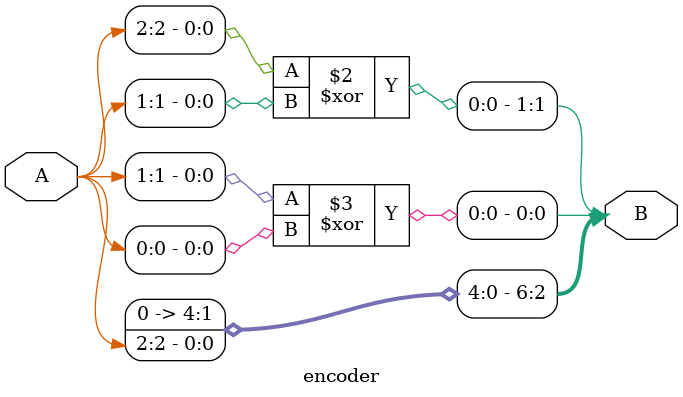
<source format=v>
module encoder #(parameter USE_GREY = 1)(
    input [2:0] A,
    output reg [6:0] B
);

always @(*) begin
    if (USE_GREY) begin
        B[6:3] = 4'b0000;
        B[2]   = A[2];
        B[1]   = A[2] ^ A[1];
        B[0]   = A[1] ^ A[0];
    end else begin
        case (A)
            3'b000: B = 7'b0000000;
            3'b001: B = 7'b0000001;
            3'b010: B = 7'b0000010;
            3'b011: B = 7'b0000100;
            3'b100: B = 7'b0001000;
            3'b101: B = 7'b0010000;
            3'b110: B = 7'b0100000;
            3'b111: B = 7'b1000000;
            default: B = 7'b0000000;
        endcase
    end
end

endmodule

</source>
